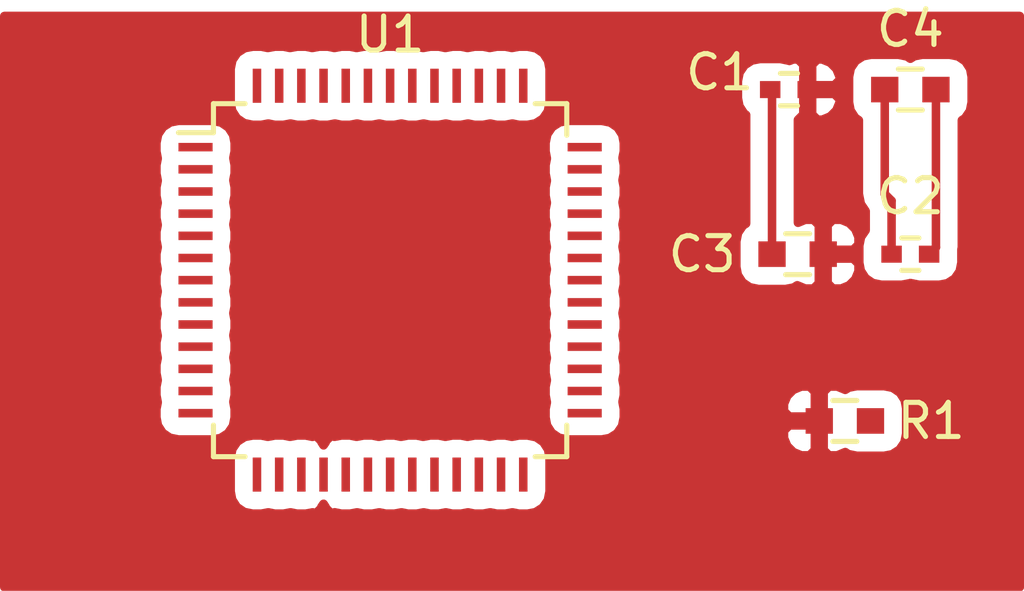
<source format=kicad_pcb>
(kicad_pcb (version 4) (host pcbnew 4.0.4-stable)

  (general
    (links 10)
    (no_connects 6)
    (area 125.912999 94.76 151.160001 111.907)
    (thickness 1.6)
    (drawings 0)
    (tracks 10)
    (zones 0)
    (modules 6)
    (nets 53)
  )

  (page A4)
  (layers
    (0 F.Cu signal)
    (31 B.Cu signal)
    (32 B.Adhes user)
    (33 F.Adhes user)
    (34 B.Paste user)
    (35 F.Paste user)
    (36 B.SilkS user)
    (37 F.SilkS user)
    (38 B.Mask user)
    (39 F.Mask user)
    (40 Dwgs.User user)
    (41 Cmts.User user)
    (42 Eco1.User user)
    (43 Eco2.User user)
    (44 Edge.Cuts user)
    (45 Margin user)
    (46 B.CrtYd user)
    (47 F.CrtYd user)
    (48 B.Fab user)
    (49 F.Fab user)
  )

  (setup
    (last_trace_width 0.25)
    (trace_clearance 0.2)
    (zone_clearance 0.508)
    (zone_45_only no)
    (trace_min 0.2)
    (segment_width 0.2)
    (edge_width 0.15)
    (via_size 0.6)
    (via_drill 0.4)
    (via_min_size 0.4)
    (via_min_drill 0.3)
    (uvia_size 0.3)
    (uvia_drill 0.1)
    (uvias_allowed no)
    (uvia_min_size 0.2)
    (uvia_min_drill 0.1)
    (pcb_text_width 0.3)
    (pcb_text_size 1.5 1.5)
    (mod_edge_width 0.15)
    (mod_text_size 1 1)
    (mod_text_width 0.15)
    (pad_size 1.524 1.524)
    (pad_drill 0.762)
    (pad_to_mask_clearance 0.2)
    (aux_axis_origin 0 0)
    (grid_origin 146.16 107.76)
    (visible_elements 7FFFFFFF)
    (pcbplotparams
      (layerselection 0x00030_80000001)
      (usegerberextensions false)
      (excludeedgelayer true)
      (linewidth 0.100000)
      (plotframeref false)
      (viasonmask false)
      (mode 1)
      (useauxorigin false)
      (hpglpennumber 1)
      (hpglpenspeed 20)
      (hpglpendiameter 15)
      (hpglpenoverlay 2)
      (psnegative false)
      (psa4output false)
      (plotreference true)
      (plotvalue true)
      (plotinvisibletext false)
      (padsonsilk false)
      (subtractmaskfromsilk false)
      (outputformat 1)
      (mirror false)
      (drillshape 1)
      (scaleselection 1)
      (outputdirectory ""))
  )

  (net 0 "")
  (net 1 "Net-(C1-Pad1)")
  (net 2 "Net-(C1-Pad2)")
  (net 3 "Net-(C2-Pad1)")
  (net 4 "Net-(C2-Pad2)")
  (net 5 "Net-(U1-Pad1)")
  (net 6 "Net-(U1-Pad2)")
  (net 7 "Net-(U1-Pad3)")
  (net 8 "Net-(U1-Pad4)")
  (net 9 "Net-(U1-Pad5)")
  (net 10 "Net-(U1-Pad6)")
  (net 11 "Net-(U1-Pad7)")
  (net 12 "Net-(U1-Pad8)")
  (net 13 "Net-(U1-Pad9)")
  (net 14 "Net-(U1-Pad10)")
  (net 15 "Net-(U1-Pad11)")
  (net 16 "Net-(U1-Pad12)")
  (net 17 "Net-(U1-Pad13)")
  (net 18 "Net-(U1-Pad14)")
  (net 19 "Net-(U1-Pad15)")
  (net 20 "Net-(U1-Pad16)")
  (net 21 "Net-(U1-Pad18)")
  (net 22 "Net-(U1-Pad20)")
  (net 23 "Net-(U1-Pad21)")
  (net 24 "Net-(U1-Pad22)")
  (net 25 "Net-(U1-Pad23)")
  (net 26 "Net-(U1-Pad24)")
  (net 27 "Net-(U1-Pad25)")
  (net 28 "Net-(U1-Pad26)")
  (net 29 "Net-(U1-Pad27)")
  (net 30 "Net-(U1-Pad28)")
  (net 31 "Net-(U1-Pad29)")
  (net 32 "Net-(U1-Pad30)")
  (net 33 "Net-(U1-Pad31)")
  (net 34 "Net-(U1-Pad32)")
  (net 35 "Net-(U1-Pad33)")
  (net 36 "Net-(U1-Pad34)")
  (net 37 "Net-(U1-Pad35)")
  (net 38 "Net-(U1-Pad36)")
  (net 39 "Net-(U1-Pad37)")
  (net 40 "Net-(U1-Pad40)")
  (net 41 "Net-(U1-Pad41)")
  (net 42 "Net-(U1-Pad42)")
  (net 43 "Net-(U1-Pad43)")
  (net 44 "Net-(U1-Pad44)")
  (net 45 "Net-(U1-Pad45)")
  (net 46 "Net-(U1-Pad46)")
  (net 47 "Net-(U1-Pad47)")
  (net 48 "Net-(U1-Pad48)")
  (net 49 "Net-(U1-Pad49)")
  (net 50 "Net-(U1-Pad50)")
  (net 51 "Net-(U1-Pad51)")
  (net 52 "Net-(U1-Pad52)")

  (net_class Default "This is the default net class."
    (clearance 0.2)
    (trace_width 0.25)
    (via_dia 0.6)
    (via_drill 0.4)
    (uvia_dia 0.3)
    (uvia_drill 0.1)
    (add_net "Net-(C1-Pad1)")
    (add_net "Net-(C1-Pad2)")
    (add_net "Net-(C2-Pad1)")
    (add_net "Net-(C2-Pad2)")
    (add_net "Net-(U1-Pad1)")
    (add_net "Net-(U1-Pad10)")
    (add_net "Net-(U1-Pad11)")
    (add_net "Net-(U1-Pad12)")
    (add_net "Net-(U1-Pad13)")
    (add_net "Net-(U1-Pad14)")
    (add_net "Net-(U1-Pad15)")
    (add_net "Net-(U1-Pad16)")
    (add_net "Net-(U1-Pad18)")
    (add_net "Net-(U1-Pad2)")
    (add_net "Net-(U1-Pad20)")
    (add_net "Net-(U1-Pad21)")
    (add_net "Net-(U1-Pad22)")
    (add_net "Net-(U1-Pad23)")
    (add_net "Net-(U1-Pad24)")
    (add_net "Net-(U1-Pad25)")
    (add_net "Net-(U1-Pad26)")
    (add_net "Net-(U1-Pad27)")
    (add_net "Net-(U1-Pad28)")
    (add_net "Net-(U1-Pad29)")
    (add_net "Net-(U1-Pad3)")
    (add_net "Net-(U1-Pad30)")
    (add_net "Net-(U1-Pad31)")
    (add_net "Net-(U1-Pad32)")
    (add_net "Net-(U1-Pad33)")
    (add_net "Net-(U1-Pad34)")
    (add_net "Net-(U1-Pad35)")
    (add_net "Net-(U1-Pad36)")
    (add_net "Net-(U1-Pad37)")
    (add_net "Net-(U1-Pad4)")
    (add_net "Net-(U1-Pad40)")
    (add_net "Net-(U1-Pad41)")
    (add_net "Net-(U1-Pad42)")
    (add_net "Net-(U1-Pad43)")
    (add_net "Net-(U1-Pad44)")
    (add_net "Net-(U1-Pad45)")
    (add_net "Net-(U1-Pad46)")
    (add_net "Net-(U1-Pad47)")
    (add_net "Net-(U1-Pad48)")
    (add_net "Net-(U1-Pad49)")
    (add_net "Net-(U1-Pad5)")
    (add_net "Net-(U1-Pad50)")
    (add_net "Net-(U1-Pad51)")
    (add_net "Net-(U1-Pad52)")
    (add_net "Net-(U1-Pad6)")
    (add_net "Net-(U1-Pad7)")
    (add_net "Net-(U1-Pad8)")
    (add_net "Net-(U1-Pad9)")
  )

  (module Capacitors_SMD:C_0603 (layer F.Cu) (tedit 5415D631) (tstamp 582149D1)
    (at 145.91 107.76)
    (descr "Capacitor SMD 0603, reflow soldering, AVX (see smccp.pdf)")
    (tags "capacitor 0603")
    (path /58214B73)
    (attr smd)
    (fp_text reference R1 (at 2.528 0) (layer F.SilkS)
      (effects (font (size 1 1) (thickness 0.15)))
    )
    (fp_text value R (at 0.75 1.524) (layer F.Fab)
      (effects (font (size 1 1) (thickness 0.15)))
    )
    (fp_line (start -0.8 0.4) (end -0.8 -0.4) (layer F.Fab) (width 0.15))
    (fp_line (start 0.8 0.4) (end -0.8 0.4) (layer F.Fab) (width 0.15))
    (fp_line (start 0.8 -0.4) (end 0.8 0.4) (layer F.Fab) (width 0.15))
    (fp_line (start -0.8 -0.4) (end 0.8 -0.4) (layer F.Fab) (width 0.15))
    (fp_line (start -1.45 -0.75) (end 1.45 -0.75) (layer F.CrtYd) (width 0.05))
    (fp_line (start -1.45 0.75) (end 1.45 0.75) (layer F.CrtYd) (width 0.05))
    (fp_line (start -1.45 -0.75) (end -1.45 0.75) (layer F.CrtYd) (width 0.05))
    (fp_line (start 1.45 -0.75) (end 1.45 0.75) (layer F.CrtYd) (width 0.05))
    (fp_line (start -0.35 -0.6) (end 0.35 -0.6) (layer F.SilkS) (width 0.15))
    (fp_line (start 0.35 0.6) (end -0.35 0.6) (layer F.SilkS) (width 0.15))
    (pad 1 smd rect (at -0.75 0) (size 0.8 0.75) (layers F.Cu F.Paste F.Mask)
      (net 2 "Net-(C1-Pad2)"))
    (pad 2 smd rect (at 0.75 0) (size 0.8 0.75) (layers F.Cu F.Paste F.Mask)
      (net 4 "Net-(C2-Pad2)"))
    (model Capacitors_SMD.3dshapes/C_0603.wrl
      (at (xyz 0 0 0))
      (scale (xyz 1 1 1))
      (rotate (xyz 0 0 0))
    )
  )

  (module Capacitors_SMD:C_0603 (layer F.Cu) (tedit 582148F3) (tstamp 582148E1)
    (at 147.828 98.044)
    (descr "Capacitor SMD 0603, reflow soldering, AVX (see smccp.pdf)")
    (tags "capacitor 0603")
    (path /58214929)
    (attr smd)
    (fp_text reference C4 (at 0 -1.778) (layer F.SilkS)
      (effects (font (size 1 1) (thickness 0.15)))
    )
    (fp_text value C (at 0 1.9) (layer F.Fab)
      (effects (font (size 1 1) (thickness 0.15)))
    )
    (fp_line (start -0.8 0.4) (end -0.8 -0.4) (layer F.Fab) (width 0.15))
    (fp_line (start 0.8 0.4) (end -0.8 0.4) (layer F.Fab) (width 0.15))
    (fp_line (start 0.8 -0.4) (end 0.8 0.4) (layer F.Fab) (width 0.15))
    (fp_line (start -0.8 -0.4) (end 0.8 -0.4) (layer F.Fab) (width 0.15))
    (fp_line (start -1.45 -0.75) (end 1.45 -0.75) (layer F.CrtYd) (width 0.05))
    (fp_line (start -1.45 0.75) (end 1.45 0.75) (layer F.CrtYd) (width 0.05))
    (fp_line (start -1.45 -0.75) (end -1.45 0.75) (layer F.CrtYd) (width 0.05))
    (fp_line (start 1.45 -0.75) (end 1.45 0.75) (layer F.CrtYd) (width 0.05))
    (fp_line (start -0.35 -0.6) (end 0.35 -0.6) (layer F.SilkS) (width 0.15))
    (fp_line (start 0.35 0.6) (end -0.35 0.6) (layer F.SilkS) (width 0.15))
    (pad 1 smd rect (at -0.75 0) (size 0.8 0.75) (layers F.Cu F.Paste F.Mask)
      (net 3 "Net-(C2-Pad1)"))
    (pad 2 smd rect (at 0.75 0) (size 0.8 0.75) (layers F.Cu F.Paste F.Mask)
      (net 4 "Net-(C2-Pad2)"))
    (model Capacitors_SMD.3dshapes/C_0603.wrl
      (at (xyz 0 0 0))
      (scale (xyz 1 1 1))
      (rotate (xyz 0 0 0))
    )
  )

  (module Capacitors_SMD:C_0402 (layer F.Cu) (tedit 582148F9) (tstamp 582148CF)
    (at 144.272 98.044)
    (descr "Capacitor SMD 0402, reflow soldering, AVX (see smccp.pdf)")
    (tags "capacitor 0402")
    (path /582147FC)
    (attr smd)
    (fp_text reference C1 (at -2.032 -0.508) (layer F.SilkS)
      (effects (font (size 1 1) (thickness 0.15)))
    )
    (fp_text value C (at 0 1.7) (layer F.Fab)
      (effects (font (size 1 1) (thickness 0.15)))
    )
    (fp_line (start -0.5 0.25) (end -0.5 -0.25) (layer F.Fab) (width 0.15))
    (fp_line (start 0.5 0.25) (end -0.5 0.25) (layer F.Fab) (width 0.15))
    (fp_line (start 0.5 -0.25) (end 0.5 0.25) (layer F.Fab) (width 0.15))
    (fp_line (start -0.5 -0.25) (end 0.5 -0.25) (layer F.Fab) (width 0.15))
    (fp_line (start -1.15 -0.6) (end 1.15 -0.6) (layer F.CrtYd) (width 0.05))
    (fp_line (start -1.15 0.6) (end 1.15 0.6) (layer F.CrtYd) (width 0.05))
    (fp_line (start -1.15 -0.6) (end -1.15 0.6) (layer F.CrtYd) (width 0.05))
    (fp_line (start 1.15 -0.6) (end 1.15 0.6) (layer F.CrtYd) (width 0.05))
    (fp_line (start 0.25 -0.475) (end -0.25 -0.475) (layer F.SilkS) (width 0.15))
    (fp_line (start -0.25 0.475) (end 0.25 0.475) (layer F.SilkS) (width 0.15))
    (pad 1 smd rect (at -0.55 0) (size 0.6 0.5) (layers F.Cu F.Paste F.Mask)
      (net 1 "Net-(C1-Pad1)"))
    (pad 2 smd rect (at 0.55 0) (size 0.6 0.5) (layers F.Cu F.Paste F.Mask)
      (net 2 "Net-(C1-Pad2)"))
    (model Capacitors_SMD.3dshapes/C_0402.wrl
      (at (xyz 0 0 0))
      (scale (xyz 1 1 1))
      (rotate (xyz 0 0 0))
    )
  )

  (module Capacitors_SMD:C_0402 (layer F.Cu) (tedit 5415D599) (tstamp 582148D5)
    (at 147.828 102.87)
    (descr "Capacitor SMD 0402, reflow soldering, AVX (see smccp.pdf)")
    (tags "capacitor 0402")
    (path /582148E3)
    (attr smd)
    (fp_text reference C2 (at 0 -1.7) (layer F.SilkS)
      (effects (font (size 1 1) (thickness 0.15)))
    )
    (fp_text value C (at 0 1.7) (layer F.Fab)
      (effects (font (size 1 1) (thickness 0.15)))
    )
    (fp_line (start -0.5 0.25) (end -0.5 -0.25) (layer F.Fab) (width 0.15))
    (fp_line (start 0.5 0.25) (end -0.5 0.25) (layer F.Fab) (width 0.15))
    (fp_line (start 0.5 -0.25) (end 0.5 0.25) (layer F.Fab) (width 0.15))
    (fp_line (start -0.5 -0.25) (end 0.5 -0.25) (layer F.Fab) (width 0.15))
    (fp_line (start -1.15 -0.6) (end 1.15 -0.6) (layer F.CrtYd) (width 0.05))
    (fp_line (start -1.15 0.6) (end 1.15 0.6) (layer F.CrtYd) (width 0.05))
    (fp_line (start -1.15 -0.6) (end -1.15 0.6) (layer F.CrtYd) (width 0.05))
    (fp_line (start 1.15 -0.6) (end 1.15 0.6) (layer F.CrtYd) (width 0.05))
    (fp_line (start 0.25 -0.475) (end -0.25 -0.475) (layer F.SilkS) (width 0.15))
    (fp_line (start -0.25 0.475) (end 0.25 0.475) (layer F.SilkS) (width 0.15))
    (pad 1 smd rect (at -0.55 0) (size 0.6 0.5) (layers F.Cu F.Paste F.Mask)
      (net 3 "Net-(C2-Pad1)"))
    (pad 2 smd rect (at 0.55 0) (size 0.6 0.5) (layers F.Cu F.Paste F.Mask)
      (net 4 "Net-(C2-Pad2)"))
    (model Capacitors_SMD.3dshapes/C_0402.wrl
      (at (xyz 0 0 0))
      (scale (xyz 1 1 1))
      (rotate (xyz 0 0 0))
    )
  )

  (module Capacitors_SMD:C_0603 (layer F.Cu) (tedit 582148FE) (tstamp 582148DB)
    (at 144.526 102.87)
    (descr "Capacitor SMD 0603, reflow soldering, AVX (see smccp.pdf)")
    (tags "capacitor 0603")
    (path /58214957)
    (attr smd)
    (fp_text reference C3 (at -2.794 0) (layer F.SilkS)
      (effects (font (size 1 1) (thickness 0.15)))
    )
    (fp_text value C (at 1.27 1.778) (layer F.Fab)
      (effects (font (size 1 1) (thickness 0.15)))
    )
    (fp_line (start -0.8 0.4) (end -0.8 -0.4) (layer F.Fab) (width 0.15))
    (fp_line (start 0.8 0.4) (end -0.8 0.4) (layer F.Fab) (width 0.15))
    (fp_line (start 0.8 -0.4) (end 0.8 0.4) (layer F.Fab) (width 0.15))
    (fp_line (start -0.8 -0.4) (end 0.8 -0.4) (layer F.Fab) (width 0.15))
    (fp_line (start -1.45 -0.75) (end 1.45 -0.75) (layer F.CrtYd) (width 0.05))
    (fp_line (start -1.45 0.75) (end 1.45 0.75) (layer F.CrtYd) (width 0.05))
    (fp_line (start -1.45 -0.75) (end -1.45 0.75) (layer F.CrtYd) (width 0.05))
    (fp_line (start 1.45 -0.75) (end 1.45 0.75) (layer F.CrtYd) (width 0.05))
    (fp_line (start -0.35 -0.6) (end 0.35 -0.6) (layer F.SilkS) (width 0.15))
    (fp_line (start 0.35 0.6) (end -0.35 0.6) (layer F.SilkS) (width 0.15))
    (pad 1 smd rect (at -0.75 0) (size 0.8 0.75) (layers F.Cu F.Paste F.Mask)
      (net 1 "Net-(C1-Pad1)"))
    (pad 2 smd rect (at 0.75 0) (size 0.8 0.75) (layers F.Cu F.Paste F.Mask)
      (net 2 "Net-(C1-Pad2)"))
    (model Capacitors_SMD.3dshapes/C_0603.wrl
      (at (xyz 0 0 0))
      (scale (xyz 1 1 1))
      (rotate (xyz 0 0 0))
    )
  )

  (module Housings_QFP:LQFP-52_10x10mm_Pitch0.65mm (layer F.Cu) (tedit 54130A77) (tstamp 58214919)
    (at 132.588 103.632)
    (descr "144/52/64 LEAD LQFP 10x10 mm (see MICREL LQFP10x10-445264LD-PL-1.pdf)")
    (tags "QFP 0.65")
    (path /58214753)
    (attr smd)
    (fp_text reference U1 (at 0 -7.2) (layer F.SilkS)
      (effects (font (size 1 1) (thickness 0.15)))
    )
    (fp_text value ADUC816 (at -7.428 7.2) (layer F.Fab)
      (effects (font (size 1 1) (thickness 0.15)))
    )
    (fp_text user %R (at 0 0) (layer F.Fab)
      (effects (font (size 1 1) (thickness 0.15)))
    )
    (fp_line (start -4 -5) (end 5 -5) (layer F.Fab) (width 0.15))
    (fp_line (start 5 -5) (end 5 5) (layer F.Fab) (width 0.15))
    (fp_line (start 5 5) (end -5 5) (layer F.Fab) (width 0.15))
    (fp_line (start -5 5) (end -5 -4) (layer F.Fab) (width 0.15))
    (fp_line (start -5 -4) (end -4 -5) (layer F.Fab) (width 0.15))
    (fp_line (start -6.45 -6.45) (end -6.45 6.45) (layer F.CrtYd) (width 0.05))
    (fp_line (start 6.45 -6.45) (end 6.45 6.45) (layer F.CrtYd) (width 0.05))
    (fp_line (start -6.45 -6.45) (end 6.45 -6.45) (layer F.CrtYd) (width 0.05))
    (fp_line (start -6.45 6.45) (end 6.45 6.45) (layer F.CrtYd) (width 0.05))
    (fp_line (start -5.175 -5.175) (end -5.175 -4.325) (layer F.SilkS) (width 0.15))
    (fp_line (start 5.175 -5.175) (end 5.175 -4.25) (layer F.SilkS) (width 0.15))
    (fp_line (start 5.175 5.175) (end 5.175 4.25) (layer F.SilkS) (width 0.15))
    (fp_line (start -5.175 5.175) (end -5.175 4.25) (layer F.SilkS) (width 0.15))
    (fp_line (start -5.175 -5.175) (end -4.25 -5.175) (layer F.SilkS) (width 0.15))
    (fp_line (start -5.175 5.175) (end -4.25 5.175) (layer F.SilkS) (width 0.15))
    (fp_line (start 5.175 5.175) (end 4.25 5.175) (layer F.SilkS) (width 0.15))
    (fp_line (start 5.175 -5.175) (end 4.25 -5.175) (layer F.SilkS) (width 0.15))
    (fp_line (start -5.175 -4.325) (end -6.2 -4.325) (layer F.SilkS) (width 0.15))
    (pad 1 smd rect (at -5.7 -3.9) (size 1 0.25) (layers F.Cu F.Paste F.Mask)
      (net 5 "Net-(U1-Pad1)"))
    (pad 2 smd rect (at -5.7 -3.25) (size 1 0.25) (layers F.Cu F.Paste F.Mask)
      (net 6 "Net-(U1-Pad2)"))
    (pad 3 smd rect (at -5.7 -2.6) (size 1 0.25) (layers F.Cu F.Paste F.Mask)
      (net 7 "Net-(U1-Pad3)"))
    (pad 4 smd rect (at -5.7 -1.95) (size 1 0.25) (layers F.Cu F.Paste F.Mask)
      (net 8 "Net-(U1-Pad4)"))
    (pad 5 smd rect (at -5.7 -1.3) (size 1 0.25) (layers F.Cu F.Paste F.Mask)
      (net 9 "Net-(U1-Pad5)"))
    (pad 6 smd rect (at -5.7 -0.65) (size 1 0.25) (layers F.Cu F.Paste F.Mask)
      (net 10 "Net-(U1-Pad6)"))
    (pad 7 smd rect (at -5.7 0) (size 1 0.25) (layers F.Cu F.Paste F.Mask)
      (net 11 "Net-(U1-Pad7)"))
    (pad 8 smd rect (at -5.7 0.65) (size 1 0.25) (layers F.Cu F.Paste F.Mask)
      (net 12 "Net-(U1-Pad8)"))
    (pad 9 smd rect (at -5.7 1.3) (size 1 0.25) (layers F.Cu F.Paste F.Mask)
      (net 13 "Net-(U1-Pad9)"))
    (pad 10 smd rect (at -5.7 1.95) (size 1 0.25) (layers F.Cu F.Paste F.Mask)
      (net 14 "Net-(U1-Pad10)"))
    (pad 11 smd rect (at -5.7 2.6) (size 1 0.25) (layers F.Cu F.Paste F.Mask)
      (net 15 "Net-(U1-Pad11)"))
    (pad 12 smd rect (at -5.7 3.25) (size 1 0.25) (layers F.Cu F.Paste F.Mask)
      (net 16 "Net-(U1-Pad12)"))
    (pad 13 smd rect (at -5.7 3.9) (size 1 0.25) (layers F.Cu F.Paste F.Mask)
      (net 17 "Net-(U1-Pad13)"))
    (pad 14 smd rect (at -3.9 5.7 90) (size 1 0.25) (layers F.Cu F.Paste F.Mask)
      (net 18 "Net-(U1-Pad14)"))
    (pad 15 smd rect (at -3.25 5.7 90) (size 1 0.25) (layers F.Cu F.Paste F.Mask)
      (net 19 "Net-(U1-Pad15)"))
    (pad 16 smd rect (at -2.6 5.7 90) (size 1 0.25) (layers F.Cu F.Paste F.Mask)
      (net 20 "Net-(U1-Pad16)"))
    (pad 17 smd rect (at -1.95 5.7 90) (size 1 0.25) (layers F.Cu F.Paste F.Mask)
      (net 2 "Net-(C1-Pad2)"))
    (pad 18 smd rect (at -1.3 5.7 90) (size 1 0.25) (layers F.Cu F.Paste F.Mask)
      (net 21 "Net-(U1-Pad18)"))
    (pad 19 smd rect (at -0.65 5.7 90) (size 1 0.25) (layers F.Cu F.Paste F.Mask)
      (net 1 "Net-(C1-Pad1)"))
    (pad 20 smd rect (at 0 5.7 90) (size 1 0.25) (layers F.Cu F.Paste F.Mask)
      (net 22 "Net-(U1-Pad20)"))
    (pad 21 smd rect (at 0.65 5.7 90) (size 1 0.25) (layers F.Cu F.Paste F.Mask)
      (net 23 "Net-(U1-Pad21)"))
    (pad 22 smd rect (at 1.3 5.7 90) (size 1 0.25) (layers F.Cu F.Paste F.Mask)
      (net 24 "Net-(U1-Pad22)"))
    (pad 23 smd rect (at 1.95 5.7 90) (size 1 0.25) (layers F.Cu F.Paste F.Mask)
      (net 25 "Net-(U1-Pad23)"))
    (pad 24 smd rect (at 2.6 5.7 90) (size 1 0.25) (layers F.Cu F.Paste F.Mask)
      (net 26 "Net-(U1-Pad24)"))
    (pad 25 smd rect (at 3.25 5.7 90) (size 1 0.25) (layers F.Cu F.Paste F.Mask)
      (net 27 "Net-(U1-Pad25)"))
    (pad 26 smd rect (at 3.9 5.7 90) (size 1 0.25) (layers F.Cu F.Paste F.Mask)
      (net 28 "Net-(U1-Pad26)"))
    (pad 27 smd rect (at 5.7 3.9) (size 1 0.25) (layers F.Cu F.Paste F.Mask)
      (net 29 "Net-(U1-Pad27)"))
    (pad 28 smd rect (at 5.7 3.25) (size 1 0.25) (layers F.Cu F.Paste F.Mask)
      (net 30 "Net-(U1-Pad28)"))
    (pad 29 smd rect (at 5.7 2.6) (size 1 0.25) (layers F.Cu F.Paste F.Mask)
      (net 31 "Net-(U1-Pad29)"))
    (pad 30 smd rect (at 5.7 1.95) (size 1 0.25) (layers F.Cu F.Paste F.Mask)
      (net 32 "Net-(U1-Pad30)"))
    (pad 31 smd rect (at 5.7 1.3) (size 1 0.25) (layers F.Cu F.Paste F.Mask)
      (net 33 "Net-(U1-Pad31)"))
    (pad 32 smd rect (at 5.7 0.65) (size 1 0.25) (layers F.Cu F.Paste F.Mask)
      (net 34 "Net-(U1-Pad32)"))
    (pad 33 smd rect (at 5.7 0) (size 1 0.25) (layers F.Cu F.Paste F.Mask)
      (net 35 "Net-(U1-Pad33)"))
    (pad 34 smd rect (at 5.7 -0.65) (size 1 0.25) (layers F.Cu F.Paste F.Mask)
      (net 36 "Net-(U1-Pad34)"))
    (pad 35 smd rect (at 5.7 -1.3) (size 1 0.25) (layers F.Cu F.Paste F.Mask)
      (net 37 "Net-(U1-Pad35)"))
    (pad 36 smd rect (at 5.7 -1.95) (size 1 0.25) (layers F.Cu F.Paste F.Mask)
      (net 38 "Net-(U1-Pad36)"))
    (pad 37 smd rect (at 5.7 -2.6) (size 1 0.25) (layers F.Cu F.Paste F.Mask)
      (net 39 "Net-(U1-Pad37)"))
    (pad 38 smd rect (at 5.7 -3.25) (size 1 0.25) (layers F.Cu F.Paste F.Mask)
      (net 4 "Net-(C2-Pad2)"))
    (pad 39 smd rect (at 5.7 -3.9) (size 1 0.25) (layers F.Cu F.Paste F.Mask)
      (net 3 "Net-(C2-Pad1)"))
    (pad 40 smd rect (at 3.9 -5.7 90) (size 1 0.25) (layers F.Cu F.Paste F.Mask)
      (net 40 "Net-(U1-Pad40)"))
    (pad 41 smd rect (at 3.25 -5.7 90) (size 1 0.25) (layers F.Cu F.Paste F.Mask)
      (net 41 "Net-(U1-Pad41)"))
    (pad 42 smd rect (at 2.6 -5.7 90) (size 1 0.25) (layers F.Cu F.Paste F.Mask)
      (net 42 "Net-(U1-Pad42)"))
    (pad 43 smd rect (at 1.95 -5.7 90) (size 1 0.25) (layers F.Cu F.Paste F.Mask)
      (net 43 "Net-(U1-Pad43)"))
    (pad 44 smd rect (at 1.3 -5.7 90) (size 1 0.25) (layers F.Cu F.Paste F.Mask)
      (net 44 "Net-(U1-Pad44)"))
    (pad 45 smd rect (at 0.65 -5.7 90) (size 1 0.25) (layers F.Cu F.Paste F.Mask)
      (net 45 "Net-(U1-Pad45)"))
    (pad 46 smd rect (at 0 -5.7 90) (size 1 0.25) (layers F.Cu F.Paste F.Mask)
      (net 46 "Net-(U1-Pad46)"))
    (pad 47 smd rect (at -0.65 -5.7 90) (size 1 0.25) (layers F.Cu F.Paste F.Mask)
      (net 47 "Net-(U1-Pad47)"))
    (pad 48 smd rect (at -1.3 -5.7 90) (size 1 0.25) (layers F.Cu F.Paste F.Mask)
      (net 48 "Net-(U1-Pad48)"))
    (pad 49 smd rect (at -1.95 -5.7 90) (size 1 0.25) (layers F.Cu F.Paste F.Mask)
      (net 49 "Net-(U1-Pad49)"))
    (pad 50 smd rect (at -2.6 -5.7 90) (size 1 0.25) (layers F.Cu F.Paste F.Mask)
      (net 50 "Net-(U1-Pad50)"))
    (pad 51 smd rect (at -3.25 -5.7 90) (size 1 0.25) (layers F.Cu F.Paste F.Mask)
      (net 51 "Net-(U1-Pad51)"))
    (pad 52 smd rect (at -3.9 -5.7 90) (size 1 0.25) (layers F.Cu F.Paste F.Mask)
      (net 52 "Net-(U1-Pad52)"))
    (model Housings_QFP.3dshapes/LQFP-52_10x10mm_Pitch0.65mm.wrl
      (at (xyz 0 0 0))
      (scale (xyz 1 1 1))
      (rotate (xyz 0 0 0))
    )
  )

  (segment (start 143.776 102.87) (end 143.776 98.098) (width 0.25) (layer F.Cu) (net 1))
  (segment (start 143.776 98.098) (end 143.722 98.044) (width 0.25) (layer F.Cu) (net 1) (tstamp 582149B3))
  (segment (start 144.822 98.044) (end 144.822 100.88) (width 0.25) (layer F.Cu) (net 2))
  (segment (start 145.276 101.334) (end 145.276 102.87) (width 0.25) (layer F.Cu) (net 2) (tstamp 582149B7))
  (segment (start 144.822 100.88) (end 145.276 101.334) (width 0.25) (layer F.Cu) (net 2) (tstamp 582149B6))
  (segment (start 147.078 98.044) (end 147.078 101.104) (width 0.25) (layer F.Cu) (net 3))
  (segment (start 147.278 101.304) (end 147.278 102.87) (width 0.25) (layer F.Cu) (net 3) (tstamp 582149BB))
  (segment (start 147.078 101.104) (end 147.278 101.304) (width 0.25) (layer F.Cu) (net 3) (tstamp 582149BA))
  (segment (start 148.578 98.044) (end 148.578 102.67) (width 0.25) (layer F.Cu) (net 4))
  (segment (start 148.578 102.67) (end 148.378 102.87) (width 0.25) (layer F.Cu) (net 4) (tstamp 582149BE))

  (zone (net 2) (net_name "Net-(C1-Pad2)") (layer F.Cu) (tstamp 0) (hatch edge 0.508)
    (connect_pads (clearance 0.508))
    (min_thickness 0.254)
    (fill yes (arc_segments 16) (thermal_gap 0.508) (thermal_bridge_width 0.508))
    (polygon
      (pts
        (xy 121.16 95.76) (xy 121.16 112.76) (xy 151.16 112.76) (xy 151.16 95.76)
      )
    )
    (filled_polygon
      (pts
        (xy 151.033 112.633) (xy 121.287 112.633) (xy 121.287 108.832) (xy 127.91556 108.832) (xy 127.91556 109.832)
        (xy 127.959838 110.067317) (xy 128.09891 110.283441) (xy 128.31111 110.428431) (xy 128.563 110.47944) (xy 128.813 110.47944)
        (xy 129.020342 110.440426) (xy 129.213 110.47944) (xy 129.463 110.47944) (xy 129.670342 110.440426) (xy 129.863 110.47944)
        (xy 130.113 110.47944) (xy 130.32185 110.440142) (xy 130.38669 110.467) (xy 130.41675 110.467) (xy 130.5755 110.30825)
        (xy 130.5755 110.279905) (xy 130.637884 110.188603) (xy 130.69891 110.283441) (xy 130.7005 110.284527) (xy 130.7005 110.30825)
        (xy 130.85925 110.467) (xy 130.88931 110.467) (xy 130.959007 110.43813) (xy 131.163 110.47944) (xy 131.413 110.47944)
        (xy 131.620342 110.440426) (xy 131.813 110.47944) (xy 132.063 110.47944) (xy 132.270342 110.440426) (xy 132.463 110.47944)
        (xy 132.713 110.47944) (xy 132.920342 110.440426) (xy 133.113 110.47944) (xy 133.363 110.47944) (xy 133.570342 110.440426)
        (xy 133.763 110.47944) (xy 134.013 110.47944) (xy 134.220342 110.440426) (xy 134.413 110.47944) (xy 134.663 110.47944)
        (xy 134.870342 110.440426) (xy 135.063 110.47944) (xy 135.313 110.47944) (xy 135.520342 110.440426) (xy 135.713 110.47944)
        (xy 135.963 110.47944) (xy 136.170342 110.440426) (xy 136.363 110.47944) (xy 136.613 110.47944) (xy 136.848317 110.435162)
        (xy 137.064441 110.29609) (xy 137.209431 110.08389) (xy 137.26044 109.832) (xy 137.26044 108.832) (xy 137.216162 108.596683)
        (xy 137.07709 108.380559) (xy 136.86489 108.235569) (xy 136.613 108.18456) (xy 136.363 108.18456) (xy 136.155658 108.223574)
        (xy 135.963 108.18456) (xy 135.713 108.18456) (xy 135.505658 108.223574) (xy 135.313 108.18456) (xy 135.063 108.18456)
        (xy 134.855658 108.223574) (xy 134.663 108.18456) (xy 134.413 108.18456) (xy 134.205658 108.223574) (xy 134.013 108.18456)
        (xy 133.763 108.18456) (xy 133.555658 108.223574) (xy 133.363 108.18456) (xy 133.113 108.18456) (xy 132.905658 108.223574)
        (xy 132.713 108.18456) (xy 132.463 108.18456) (xy 132.255658 108.223574) (xy 132.063 108.18456) (xy 131.813 108.18456)
        (xy 131.605658 108.223574) (xy 131.413 108.18456) (xy 131.163 108.18456) (xy 130.95415 108.223858) (xy 130.88931 108.197)
        (xy 130.85925 108.197) (xy 130.7005 108.35575) (xy 130.7005 108.384095) (xy 130.638116 108.475397) (xy 130.57709 108.380559)
        (xy 130.5755 108.379473) (xy 130.5755 108.35575) (xy 130.41675 108.197) (xy 130.38669 108.197) (xy 130.316993 108.22587)
        (xy 130.113 108.18456) (xy 129.863 108.18456) (xy 129.655658 108.223574) (xy 129.463 108.18456) (xy 129.213 108.18456)
        (xy 129.005658 108.223574) (xy 128.813 108.18456) (xy 128.563 108.18456) (xy 128.327683 108.228838) (xy 128.111559 108.36791)
        (xy 127.966569 108.58011) (xy 127.91556 108.832) (xy 121.287 108.832) (xy 121.287 99.607) (xy 125.74056 99.607)
        (xy 125.74056 99.857) (xy 125.779574 100.064342) (xy 125.74056 100.257) (xy 125.74056 100.507) (xy 125.779574 100.714342)
        (xy 125.74056 100.907) (xy 125.74056 101.157) (xy 125.779574 101.364342) (xy 125.74056 101.557) (xy 125.74056 101.807)
        (xy 125.779574 102.014342) (xy 125.74056 102.207) (xy 125.74056 102.457) (xy 125.779574 102.664342) (xy 125.74056 102.857)
        (xy 125.74056 103.107) (xy 125.779574 103.314342) (xy 125.74056 103.507) (xy 125.74056 103.757) (xy 125.779574 103.964342)
        (xy 125.74056 104.157) (xy 125.74056 104.407) (xy 125.779574 104.614342) (xy 125.74056 104.807) (xy 125.74056 105.057)
        (xy 125.779574 105.264342) (xy 125.74056 105.457) (xy 125.74056 105.707) (xy 125.779574 105.914342) (xy 125.74056 106.107)
        (xy 125.74056 106.357) (xy 125.779574 106.564342) (xy 125.74056 106.757) (xy 125.74056 107.007) (xy 125.779574 107.214342)
        (xy 125.74056 107.407) (xy 125.74056 107.657) (xy 125.784838 107.892317) (xy 125.92391 108.108441) (xy 126.13611 108.253431)
        (xy 126.388 108.30444) (xy 127.388 108.30444) (xy 127.623317 108.260162) (xy 127.839441 108.12109) (xy 127.984431 107.90889)
        (xy 128.03544 107.657) (xy 128.03544 107.407) (xy 127.996426 107.199658) (xy 128.03544 107.007) (xy 128.03544 106.757)
        (xy 127.996426 106.549658) (xy 128.03544 106.357) (xy 128.03544 106.107) (xy 127.996426 105.899658) (xy 128.03544 105.707)
        (xy 128.03544 105.457) (xy 127.996426 105.249658) (xy 128.03544 105.057) (xy 128.03544 104.807) (xy 127.996426 104.599658)
        (xy 128.03544 104.407) (xy 128.03544 104.157) (xy 127.996426 103.949658) (xy 128.03544 103.757) (xy 128.03544 103.507)
        (xy 127.996426 103.299658) (xy 128.03544 103.107) (xy 128.03544 102.857) (xy 127.996426 102.649658) (xy 128.03544 102.457)
        (xy 128.03544 102.207) (xy 127.996426 101.999658) (xy 128.03544 101.807) (xy 128.03544 101.557) (xy 127.996426 101.349658)
        (xy 128.03544 101.157) (xy 128.03544 100.907) (xy 127.996426 100.699658) (xy 128.03544 100.507) (xy 128.03544 100.257)
        (xy 127.996426 100.049658) (xy 128.03544 99.857) (xy 128.03544 99.607) (xy 137.14056 99.607) (xy 137.14056 99.857)
        (xy 137.179574 100.064342) (xy 137.14056 100.257) (xy 137.14056 100.507) (xy 137.179574 100.714342) (xy 137.14056 100.907)
        (xy 137.14056 101.157) (xy 137.179574 101.364342) (xy 137.14056 101.557) (xy 137.14056 101.807) (xy 137.179574 102.014342)
        (xy 137.14056 102.207) (xy 137.14056 102.457) (xy 137.179574 102.664342) (xy 137.14056 102.857) (xy 137.14056 103.107)
        (xy 137.179574 103.314342) (xy 137.14056 103.507) (xy 137.14056 103.757) (xy 137.179574 103.964342) (xy 137.14056 104.157)
        (xy 137.14056 104.407) (xy 137.179574 104.614342) (xy 137.14056 104.807) (xy 137.14056 105.057) (xy 137.179574 105.264342)
        (xy 137.14056 105.457) (xy 137.14056 105.707) (xy 137.179574 105.914342) (xy 137.14056 106.107) (xy 137.14056 106.357)
        (xy 137.179574 106.564342) (xy 137.14056 106.757) (xy 137.14056 107.007) (xy 137.179574 107.214342) (xy 137.14056 107.407)
        (xy 137.14056 107.657) (xy 137.184838 107.892317) (xy 137.32391 108.108441) (xy 137.53611 108.253431) (xy 137.788 108.30444)
        (xy 138.788 108.30444) (xy 139.023317 108.260162) (xy 139.239441 108.12109) (xy 139.290918 108.04575) (xy 144.125 108.04575)
        (xy 144.125 108.26131) (xy 144.221673 108.494699) (xy 144.400302 108.673327) (xy 144.633691 108.77) (xy 144.87425 108.77)
        (xy 145.033 108.61125) (xy 145.033 107.887) (xy 144.28375 107.887) (xy 144.125 108.04575) (xy 139.290918 108.04575)
        (xy 139.384431 107.90889) (xy 139.43544 107.657) (xy 139.43544 107.407) (xy 139.407534 107.25869) (xy 144.125 107.25869)
        (xy 144.125 107.47425) (xy 144.28375 107.633) (xy 145.033 107.633) (xy 145.033 106.90875) (xy 145.287 106.90875)
        (xy 145.287 107.633) (xy 145.307 107.633) (xy 145.307 107.887) (xy 145.287 107.887) (xy 145.287 108.61125)
        (xy 145.44575 108.77) (xy 145.686309 108.77) (xy 145.919698 108.673327) (xy 145.921068 108.671957) (xy 146.00811 108.731431)
        (xy 146.26 108.78244) (xy 147.06 108.78244) (xy 147.295317 108.738162) (xy 147.511441 108.59909) (xy 147.656431 108.38689)
        (xy 147.70744 108.135) (xy 147.70744 107.385) (xy 147.663162 107.149683) (xy 147.52409 106.933559) (xy 147.31189 106.788569)
        (xy 147.06 106.73756) (xy 146.26 106.73756) (xy 146.024683 106.781838) (xy 145.921354 106.848329) (xy 145.919698 106.846673)
        (xy 145.686309 106.75) (xy 145.44575 106.75) (xy 145.287 106.90875) (xy 145.033 106.90875) (xy 144.87425 106.75)
        (xy 144.633691 106.75) (xy 144.400302 106.846673) (xy 144.221673 107.025301) (xy 144.125 107.25869) (xy 139.407534 107.25869)
        (xy 139.396426 107.199658) (xy 139.43544 107.007) (xy 139.43544 106.757) (xy 139.396426 106.549658) (xy 139.43544 106.357)
        (xy 139.43544 106.107) (xy 139.396426 105.899658) (xy 139.43544 105.707) (xy 139.43544 105.457) (xy 139.396426 105.249658)
        (xy 139.43544 105.057) (xy 139.43544 104.807) (xy 139.396426 104.599658) (xy 139.43544 104.407) (xy 139.43544 104.157)
        (xy 139.396426 103.949658) (xy 139.43544 103.757) (xy 139.43544 103.507) (xy 139.396426 103.299658) (xy 139.43544 103.107)
        (xy 139.43544 102.857) (xy 139.396426 102.649658) (xy 139.427744 102.495) (xy 142.72856 102.495) (xy 142.72856 103.245)
        (xy 142.772838 103.480317) (xy 142.91191 103.696441) (xy 143.12411 103.841431) (xy 143.376 103.89244) (xy 144.176 103.89244)
        (xy 144.411317 103.848162) (xy 144.514646 103.781671) (xy 144.516302 103.783327) (xy 144.749691 103.88) (xy 144.99025 103.88)
        (xy 145.149 103.72125) (xy 145.149 102.997) (xy 145.403 102.997) (xy 145.403 103.72125) (xy 145.56175 103.88)
        (xy 145.802309 103.88) (xy 146.035698 103.783327) (xy 146.214327 103.604699) (xy 146.311 103.37131) (xy 146.311 103.15575)
        (xy 146.15225 102.997) (xy 145.403 102.997) (xy 145.149 102.997) (xy 145.129 102.997) (xy 145.129 102.743)
        (xy 145.149 102.743) (xy 145.149 102.01875) (xy 145.403 102.01875) (xy 145.403 102.743) (xy 146.15225 102.743)
        (xy 146.311 102.58425) (xy 146.311 102.36869) (xy 146.214327 102.135301) (xy 146.035698 101.956673) (xy 145.802309 101.86)
        (xy 145.56175 101.86) (xy 145.403 102.01875) (xy 145.149 102.01875) (xy 144.99025 101.86) (xy 144.749691 101.86)
        (xy 144.536 101.948514) (xy 144.536 98.929) (xy 144.53625 98.929) (xy 144.695 98.77025) (xy 144.695 98.169)
        (xy 144.949 98.169) (xy 144.949 98.77025) (xy 145.10775 98.929) (xy 145.248309 98.929) (xy 145.481698 98.832327)
        (xy 145.660327 98.653699) (xy 145.757 98.42031) (xy 145.757 98.32775) (xy 145.59825 98.169) (xy 144.949 98.169)
        (xy 144.695 98.169) (xy 144.675 98.169) (xy 144.675 97.919) (xy 144.695 97.919) (xy 144.695 97.31775)
        (xy 144.949 97.31775) (xy 144.949 97.919) (xy 145.59825 97.919) (xy 145.757 97.76025) (xy 145.757 97.669)
        (xy 146.03056 97.669) (xy 146.03056 98.419) (xy 146.074838 98.654317) (xy 146.21391 98.870441) (xy 146.318 98.941563)
        (xy 146.318 101.104) (xy 146.375852 101.394839) (xy 146.518 101.607579) (xy 146.518 102.168437) (xy 146.381569 102.36811)
        (xy 146.33056 102.62) (xy 146.33056 103.12) (xy 146.374838 103.355317) (xy 146.51391 103.571441) (xy 146.72611 103.716431)
        (xy 146.978 103.76744) (xy 147.578 103.76744) (xy 147.813317 103.723162) (xy 147.824979 103.715658) (xy 147.82611 103.716431)
        (xy 148.078 103.76744) (xy 148.678 103.76744) (xy 148.913317 103.723162) (xy 149.129441 103.58409) (xy 149.274431 103.37189)
        (xy 149.32544 103.12) (xy 149.32544 102.733143) (xy 149.338 102.67) (xy 149.338 98.941931) (xy 149.429441 98.88309)
        (xy 149.574431 98.67089) (xy 149.62544 98.419) (xy 149.62544 97.669) (xy 149.581162 97.433683) (xy 149.44209 97.217559)
        (xy 149.22989 97.072569) (xy 148.978 97.02156) (xy 148.178 97.02156) (xy 147.942683 97.065838) (xy 147.828022 97.13962)
        (xy 147.72989 97.072569) (xy 147.478 97.02156) (xy 146.678 97.02156) (xy 146.442683 97.065838) (xy 146.226559 97.20491)
        (xy 146.081569 97.41711) (xy 146.03056 97.669) (xy 145.757 97.669) (xy 145.757 97.66769) (xy 145.660327 97.434301)
        (xy 145.481698 97.255673) (xy 145.248309 97.159) (xy 145.10775 97.159) (xy 144.949 97.31775) (xy 144.695 97.31775)
        (xy 144.53625 97.159) (xy 144.395691 97.159) (xy 144.284717 97.204967) (xy 144.27389 97.197569) (xy 144.022 97.14656)
        (xy 143.422 97.14656) (xy 143.186683 97.190838) (xy 142.970559 97.32991) (xy 142.825569 97.54211) (xy 142.77456 97.794)
        (xy 142.77456 98.294) (xy 142.818838 98.529317) (xy 142.95791 98.745441) (xy 143.016 98.785132) (xy 143.016 101.972069)
        (xy 142.924559 102.03091) (xy 142.779569 102.24311) (xy 142.72856 102.495) (xy 139.427744 102.495) (xy 139.43544 102.457)
        (xy 139.43544 102.207) (xy 139.396426 101.999658) (xy 139.43544 101.807) (xy 139.43544 101.557) (xy 139.396426 101.349658)
        (xy 139.43544 101.157) (xy 139.43544 100.907) (xy 139.396426 100.699658) (xy 139.43544 100.507) (xy 139.43544 100.257)
        (xy 139.396426 100.049658) (xy 139.43544 99.857) (xy 139.43544 99.607) (xy 139.391162 99.371683) (xy 139.25209 99.155559)
        (xy 139.03989 99.010569) (xy 138.788 98.95956) (xy 137.788 98.95956) (xy 137.552683 99.003838) (xy 137.336559 99.14291)
        (xy 137.191569 99.35511) (xy 137.14056 99.607) (xy 128.03544 99.607) (xy 127.991162 99.371683) (xy 127.85209 99.155559)
        (xy 127.63989 99.010569) (xy 127.388 98.95956) (xy 126.388 98.95956) (xy 126.152683 99.003838) (xy 125.936559 99.14291)
        (xy 125.791569 99.35511) (xy 125.74056 99.607) (xy 121.287 99.607) (xy 121.287 97.432) (xy 127.91556 97.432)
        (xy 127.91556 98.432) (xy 127.959838 98.667317) (xy 128.09891 98.883441) (xy 128.31111 99.028431) (xy 128.563 99.07944)
        (xy 128.813 99.07944) (xy 129.020342 99.040426) (xy 129.213 99.07944) (xy 129.463 99.07944) (xy 129.670342 99.040426)
        (xy 129.863 99.07944) (xy 130.113 99.07944) (xy 130.320342 99.040426) (xy 130.513 99.07944) (xy 130.763 99.07944)
        (xy 130.970342 99.040426) (xy 131.163 99.07944) (xy 131.413 99.07944) (xy 131.620342 99.040426) (xy 131.813 99.07944)
        (xy 132.063 99.07944) (xy 132.270342 99.040426) (xy 132.463 99.07944) (xy 132.713 99.07944) (xy 132.920342 99.040426)
        (xy 133.113 99.07944) (xy 133.363 99.07944) (xy 133.570342 99.040426) (xy 133.763 99.07944) (xy 134.013 99.07944)
        (xy 134.220342 99.040426) (xy 134.413 99.07944) (xy 134.663 99.07944) (xy 134.870342 99.040426) (xy 135.063 99.07944)
        (xy 135.313 99.07944) (xy 135.520342 99.040426) (xy 135.713 99.07944) (xy 135.963 99.07944) (xy 136.170342 99.040426)
        (xy 136.363 99.07944) (xy 136.613 99.07944) (xy 136.848317 99.035162) (xy 137.064441 98.89609) (xy 137.209431 98.68389)
        (xy 137.26044 98.432) (xy 137.26044 97.432) (xy 137.216162 97.196683) (xy 137.07709 96.980559) (xy 136.86489 96.835569)
        (xy 136.613 96.78456) (xy 136.363 96.78456) (xy 136.155658 96.823574) (xy 135.963 96.78456) (xy 135.713 96.78456)
        (xy 135.505658 96.823574) (xy 135.313 96.78456) (xy 135.063 96.78456) (xy 134.855658 96.823574) (xy 134.663 96.78456)
        (xy 134.413 96.78456) (xy 134.205658 96.823574) (xy 134.013 96.78456) (xy 133.763 96.78456) (xy 133.555658 96.823574)
        (xy 133.363 96.78456) (xy 133.113 96.78456) (xy 132.905658 96.823574) (xy 132.713 96.78456) (xy 132.463 96.78456)
        (xy 132.255658 96.823574) (xy 132.063 96.78456) (xy 131.813 96.78456) (xy 131.605658 96.823574) (xy 131.413 96.78456)
        (xy 131.163 96.78456) (xy 130.955658 96.823574) (xy 130.763 96.78456) (xy 130.513 96.78456) (xy 130.305658 96.823574)
        (xy 130.113 96.78456) (xy 129.863 96.78456) (xy 129.655658 96.823574) (xy 129.463 96.78456) (xy 129.213 96.78456)
        (xy 129.005658 96.823574) (xy 128.813 96.78456) (xy 128.563 96.78456) (xy 128.327683 96.828838) (xy 128.111559 96.96791)
        (xy 127.966569 97.18011) (xy 127.91556 97.432) (xy 121.287 97.432) (xy 121.287 95.887) (xy 151.033 95.887)
      )
    )
  )
)

</source>
